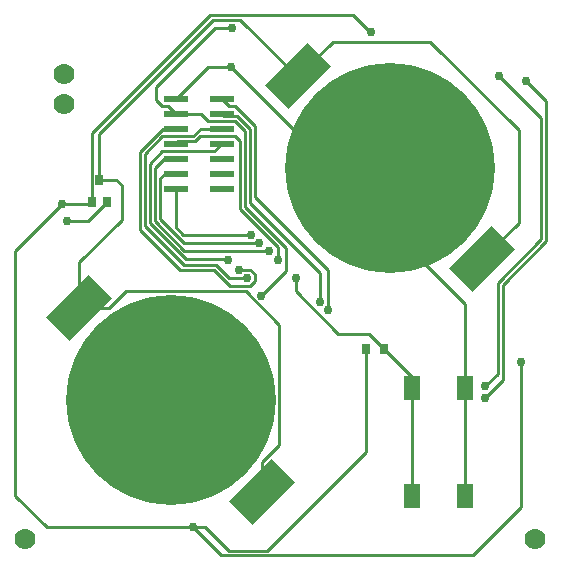
<source format=gbl>
G04*
G04 #@! TF.GenerationSoftware,Altium Limited,Altium Designer,18.1.9 (240)*
G04*
G04 Layer_Physical_Order=2*
G04 Layer_Color=16711680*
%FSLAX24Y24*%
%MOIN*%
G70*
G01*
G75*
%ADD10C,0.0100*%
%ADD22R,0.0270X0.0350*%
%ADD25R,0.0550X0.0830*%
%ADD34C,0.0700*%
%ADD35C,0.0300*%
%ADD36C,0.7000*%
G04:AMPARAMS|DCode=37|XSize=109.8mil|YSize=200mil|CornerRadius=0mil|HoleSize=0mil|Usage=FLASHONLY|Rotation=315.000|XOffset=0mil|YOffset=0mil|HoleType=Round|Shape=Rectangle|*
%AMROTATEDRECTD37*
4,1,4,-0.1095,-0.0319,0.0319,0.1095,0.1095,0.0319,-0.0319,-0.1095,-0.1095,-0.0319,0.0*
%
%ADD37ROTATEDRECTD37*%

%ADD38R,0.0787X0.0248*%
%ADD39R,0.0276X0.0354*%
D10*
X1310Y-610D02*
Y370D01*
X-850Y2887D02*
X1583Y453D01*
Y-880D02*
Y453D01*
X-1162Y-250D02*
X-40Y-1372D01*
X527Y-257D02*
X1930Y-1660D01*
X527Y-257D02*
Y203D01*
X-40Y-5369D02*
Y-1372D01*
X-850Y88D02*
Y312D01*
X-1008Y-70D02*
X-850Y88D01*
X-1680Y-70D02*
X-1008D01*
X-1120Y200D02*
X-1110Y210D01*
X-1122Y198D02*
X-1120Y200D01*
X-630Y-400D02*
X200Y430D01*
X-5159Y-250D02*
X-1162D01*
X1930Y-1660D02*
X2950D01*
X-4690Y4403D02*
X-3923Y5170D01*
X-3495D01*
X-3495Y5670D02*
X-2647D01*
X-2666Y4914D02*
X-1517D01*
X-2836Y4744D02*
X-2666Y4914D01*
X-3421Y4744D02*
X-2836D01*
X-2647Y5670D02*
X-2403Y5426D01*
X-1956D01*
X-1944Y5414D01*
X-1517D01*
X-1190Y5087D01*
X-3495Y6170D02*
X-2425Y7240D01*
X-3751Y5926D02*
X-3495Y5670D01*
X-3939Y5926D02*
X-3751D01*
X-4150Y6137D02*
X-3939Y5926D01*
X-4150Y6137D02*
Y6560D01*
X2990Y8400D02*
X3030D01*
X2420Y8970D02*
X2990Y8400D01*
X-2360Y8970D02*
X2420D01*
X-6292Y5038D02*
X-2360Y8970D01*
X-6292Y2722D02*
Y5038D01*
Y2722D02*
X-6290Y2720D01*
X-6034Y3468D02*
Y5006D01*
X-2240Y8800D01*
X-1330D01*
X-4150Y6560D02*
X-2180Y8530D01*
X-1620D01*
X-1960Y6170D02*
X-1704Y5914D01*
X-1517D01*
X-850Y5247D01*
Y2887D02*
Y5247D01*
X-1960Y5670D02*
X-1874Y5584D01*
X-1446D01*
X-1020Y5158D01*
Y2700D02*
Y5158D01*
Y2700D02*
X1310Y370D01*
X-1190Y2570D02*
Y5087D01*
X-1517Y4914D02*
X-1360Y4757D01*
X-1190Y2570D02*
X200Y1180D01*
X-3495Y4670D02*
X-3421Y4744D01*
X-1360Y2500D02*
Y4757D01*
X-2216Y4414D02*
X-1960Y4670D01*
X-3939Y4414D02*
X-2216D01*
X-1360Y2500D02*
X-70Y1210D01*
X-3939Y4914D02*
X-2906D01*
X-2650Y5170D01*
X-1960D01*
X-2425Y7240D02*
X-1660D01*
X-4690Y1800D02*
Y4403D01*
Y1800D02*
X-3358Y468D01*
X-4520Y4333D02*
X-3939Y4914D01*
X-4520Y1940D02*
Y4333D01*
Y1940D02*
X-3218Y638D01*
X-4350Y4003D02*
X-3939Y4414D01*
X-3147Y808D02*
X-1758D01*
X-4180Y2081D02*
Y3870D01*
Y2081D02*
X-3199Y1100D01*
X-390D01*
X-3229Y1370D02*
X-720D01*
X-4010Y2151D02*
X-3229Y1370D01*
X-4010Y2151D02*
Y3520D01*
X-3495Y1877D02*
Y3170D01*
Y1877D02*
X-3258Y1640D01*
X-990D01*
X-4350Y2010D02*
X-3147Y808D01*
X-4350Y2010D02*
Y4003D01*
X-70Y790D02*
Y1210D01*
X-1758Y808D02*
X-1730Y780D01*
X200Y430D02*
Y1180D01*
X-4180Y3870D02*
X-3880Y4170D01*
X-3495D01*
X-4010Y3520D02*
X-3860Y3670D01*
X-3495D01*
X3660Y1820D02*
Y3870D01*
Y1820D02*
X6165Y-685D01*
X1710Y3870D02*
X3660D01*
X-1660Y7240D02*
X1710Y3870D01*
X6718Y812D02*
X7940Y2034D01*
Y5130D01*
X5000Y8070D02*
X7940Y5130D01*
X1744Y8070D02*
X5000D01*
X602Y6928D02*
X1744Y8070D01*
X-1330Y8800D02*
X552Y6918D01*
X-8850Y-7060D02*
Y1080D01*
X-6418Y2080D02*
X-5778Y2720D01*
X-7120Y2080D02*
X-6418D01*
X-2900Y-8120D02*
X-2510D01*
X-1720Y-8910D01*
X-440D01*
X2870Y-5600D01*
X-7790Y-8120D02*
X-2900D01*
X-8850Y-7060D02*
X-7790Y-8120D01*
X-8850Y1080D02*
X-7270Y2660D01*
X8200Y6750D02*
X8870Y6080D01*
Y1410D02*
Y6080D01*
X552Y6918D02*
X592D01*
X7420Y-3212D02*
Y-40D01*
X6832Y-3800D02*
X7420Y-3212D01*
X6830Y-3800D02*
X6832D01*
X7250Y30D02*
X8700Y1480D01*
X7250Y-3000D02*
Y30D01*
X6830Y-3420D02*
X7250Y-3000D01*
X7420Y-40D02*
X8870Y1410D01*
X2950Y-1660D02*
X3450Y-2160D01*
X-6350Y2660D02*
X-6290Y2720D01*
X-7270Y2660D02*
X-6350D01*
X-6718Y-812D02*
X-5721D01*
X-5159Y-250D01*
X-602Y-5931D02*
X-40Y-5369D01*
X-602Y-6928D02*
Y-5931D01*
X7295Y6925D02*
X8700Y5520D01*
Y1480D02*
Y5520D01*
X-6718Y712D02*
X-5290Y2140D01*
Y3280D01*
X-5478Y3468D02*
X-5290Y3280D01*
X-6034Y3468D02*
X-5478D01*
X-3218Y638D02*
X-2148D01*
X-1708Y198D01*
X-1380Y468D02*
X-1378Y470D01*
X-1008D01*
X-850Y312D01*
X-2218Y468D02*
X-1680Y-70D01*
X-3358Y468D02*
X-2218D01*
X-1708Y198D02*
X-1122D01*
X6165Y-3480D02*
Y-685D01*
X1690Y3860D02*
X3650D01*
X2870Y-5600D02*
Y-2160D01*
X-6718Y-812D02*
Y712D01*
X-1980Y-9040D02*
X6420D01*
X8020Y-7440D01*
Y-2620D01*
X-2900Y-8120D02*
X-1980Y-9040D01*
X3450Y-2160D02*
X4395Y-3105D01*
Y-3480D02*
Y-3105D01*
Y-7060D02*
Y-3480D01*
X6165Y-7060D02*
Y-3480D01*
D22*
X3450Y-2160D02*
D03*
X2870Y-2160D02*
D03*
D25*
X4395Y-3480D02*
D03*
Y-7060D02*
D03*
X6165Y-3480D02*
D03*
Y-7060D02*
D03*
D34*
X-7220Y6990D02*
D03*
Y5990D02*
D03*
X8500Y-8500D02*
D03*
X-8500D02*
D03*
D35*
X1310Y-610D02*
D03*
X-1120Y200D02*
D03*
X-630Y-400D02*
D03*
X-990Y1640D02*
D03*
X-390Y1100D02*
D03*
X-1730Y780D02*
D03*
X-720Y1370D02*
D03*
X-70Y790D02*
D03*
X3230Y3100D02*
D03*
X1370Y3850D02*
D03*
X6610Y3020D02*
D03*
X-5060Y-1040D02*
D03*
X-6560Y-3480D02*
D03*
X-4290Y-2480D02*
D03*
X-1310Y-4000D02*
D03*
X-2050Y-6730D02*
D03*
X-7120Y2080D02*
D03*
X-1620Y8530D02*
D03*
X6830Y-3420D02*
D03*
Y-3800D02*
D03*
X7295Y6925D02*
D03*
X8200Y6750D02*
D03*
X-1380Y468D02*
D03*
X-1660Y7240D02*
D03*
X1583Y-880D02*
D03*
X527Y203D02*
D03*
X-2900Y-8120D02*
D03*
X8020Y-2620D02*
D03*
X-7270Y2660D02*
D03*
X3030Y8400D02*
D03*
D36*
X3660Y3870D02*
D03*
X-3660Y-3870D02*
D03*
D37*
X6718Y812D02*
D03*
X602Y6928D02*
D03*
X-602Y-6928D02*
D03*
X-6718Y-812D02*
D03*
D38*
X-1960Y6170D02*
D03*
Y5670D02*
D03*
X-1960Y5170D02*
D03*
X-1960Y4670D02*
D03*
X-1960Y4170D02*
D03*
X-1960Y3670D02*
D03*
Y3170D02*
D03*
X-3495Y6170D02*
D03*
X-3495Y5670D02*
D03*
X-3495Y5170D02*
D03*
Y4670D02*
D03*
X-3495Y4170D02*
D03*
X-3495Y3670D02*
D03*
X-3495Y3170D02*
D03*
D39*
X-6290Y2720D02*
D03*
X-5778D02*
D03*
X-6034Y3468D02*
D03*
M02*

</source>
